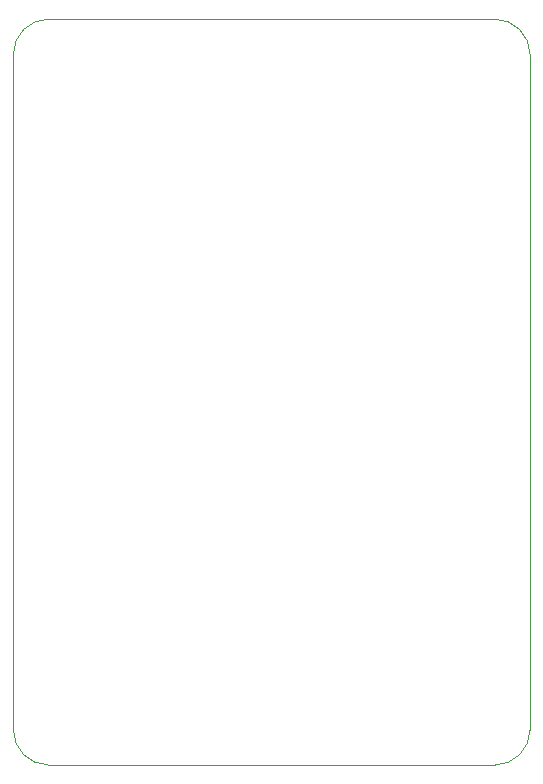
<source format=gbr>
%TF.GenerationSoftware,KiCad,Pcbnew,8.0.5*%
%TF.CreationDate,2024-11-28T22:16:39+01:00*%
%TF.ProjectId,hotendheater,686f7465-6e64-4686-9561-7465722e6b69,rev?*%
%TF.SameCoordinates,Original*%
%TF.FileFunction,Profile,NP*%
%FSLAX46Y46*%
G04 Gerber Fmt 4.6, Leading zero omitted, Abs format (unit mm)*
G04 Created by KiCad (PCBNEW 8.0.5) date 2024-11-28 22:16:39*
%MOMM*%
%LPD*%
G01*
G04 APERTURE LIST*
%TA.AperFunction,Profile*%
%ADD10C,0.050000*%
%TD*%
G04 APERTURE END LIST*
D10*
X107121320Y-64721320D02*
X107121320Y-121878680D01*
X147878680Y-61721320D02*
X110121320Y-61721320D01*
X150878680Y-121878680D02*
X150878680Y-64721320D01*
X110121320Y-124878680D02*
X147878680Y-124878680D01*
X110121320Y-124878680D02*
G75*
G02*
X107121320Y-121878680I0J3000000D01*
G01*
X107121320Y-64721320D02*
G75*
G02*
X110121320Y-61721320I3000000J0D01*
G01*
X147878680Y-61721320D02*
G75*
G02*
X150878680Y-64721320I0J-3000000D01*
G01*
X150878680Y-121878680D02*
G75*
G02*
X147878680Y-124878680I-3000000J0D01*
G01*
M02*

</source>
